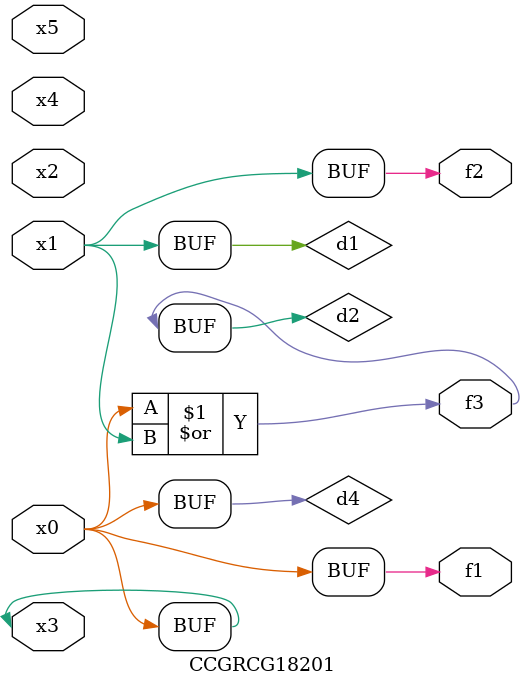
<source format=v>
module CCGRCG18201(
	input x0, x1, x2, x3, x4, x5,
	output f1, f2, f3
);

	wire d1, d2, d3, d4;

	and (d1, x1);
	or (d2, x0, x1);
	nand (d3, x0, x5);
	buf (d4, x0, x3);
	assign f1 = d4;
	assign f2 = d1;
	assign f3 = d2;
endmodule

</source>
